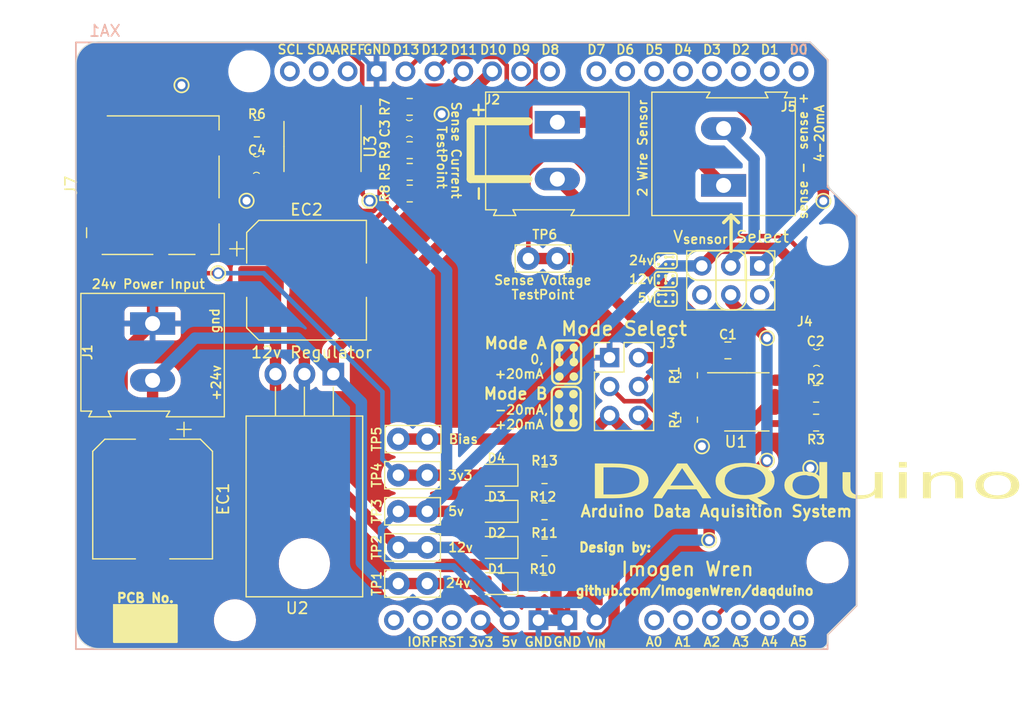
<source format=kicad_pcb>
(kicad_pcb (version 20221018) (generator pcbnew)
  (layers (0 "F.Cu" signal) (31 "B.Cu" signal) (34 "B.Paste" user) (35 "F.Paste" user) (36 "B.SilkS" user "B.Silkscreen") (37 "F.SilkS" user "F.Silkscreen") (38 "B.Mask" user) (39 "F.Mask" user) (44 "Edge.Cuts" user))
  (net 0 "")
  (net 1 "/R_SET_A")
  (net 2 "/R_SET_B")
  (net 3 "/5V_BUS")
  (net 4 "GND")
  (net 5 "/3V3_BUS")
  (net 6 "/24V_BUS")
  (net 7 "/12V_BUS")
  (net 8 "/SENSE_CURRENT")
  (net 9 "/BIAS_VOLTAGE")
  (net 10 "Net-(J3-Pin_3)")
  (net 11 "Net-(J3-Pin_4)")
  (net 12 "Net-(J3-Pin_6)")
  (net 13 "/SENSOR_POWER")
  (net 16 "/CS")
  (net 17 "/D_{IN}")
  (net 18 "/CLK")
  (net 19 "/D_{OUT}")
  (net 20 "Net-(U1B-+)")
  (net 21 "/MOSI")
  (net 22 "Net-(U3-B3)")
  (net 23 "Net-(U3-OE)")
  (net 24 "/CHIP_SELECT")
  (net 25 "Net-(U3-B1)")
  (net 26 "/SCK")
  (net 27 "Net-(U3-B4)")
  (net 28 "/MISO")
  (net 29 "Net-(U3-B2)")
  (net 58 "Net-(D1-K)")
  (net 59 "Net-(D2-K)")
  (net 60 "Net-(D3-K)")
  (net 61 "Net-(D4-K)")
  (footprint "TestPoint:TestPoint_Bridge_Pitch2.54mm_Drill1.0mm" (layer "F.Cu") (at 90.17 79.375 180)
    (fp_text reference "TP5")
    (fp_text value "Bias")
  )
  (footprint "Diode_SMD:D_0805_2012Metric_Pad1.15x1.40mm_HandSolder" (layer "F.Cu") (at 96.275 88.9 180)
    (fp_text reference "D2")
    (fp_text value "yellow" hide)
  )
  (footprint "TestPoint:TestPoint_Bridge_Pitch2.54mm_Drill1.0mm" (layer "F.Cu") (at 101.595 63.5 180)
    (fp_text reference "TP6")
    (fp_text value "Sense Voltage")
  )
  (footprint "Resistor_SMD:R_0805_2012Metric_Pad1.20x1.40mm_HandSolder" (layer "F.Cu") (at 100.475 88.9 180)
    (fp_text reference "R11")
    (fp_text value "4k7")
  )
  (footprint "TestPoint:TestPoint_Bridge_Pitch2.54mm_Drill1.0mm" (layer "F.Cu") (at 87.63 88.9)
    (fp_text reference "TP2")
    (fp_text value "12v")
  )
  (footprint "Capacitor_SMD:C_0805_2012Metric_Pad1.18x1.45mm_HandSolder" (layer "F.Cu") (at 116.58395 71.577896 180)
    (fp_text reference "C1")
    (fp_text value "470n")
  )
  (footprint "000_Connectors_Immo:TerminalBlock_Altech_AK300-2_P5.00mm" (layer "F.Cu") (at 116.205 57.07 90)
    (fp_text reference "J5")
    (fp_text value "2 Wire Sensor")
  )
  (footprint "Resistor_SMD:R_0805_2012Metric_Pad1.20x1.40mm_HandSolder" (layer "F.Cu") (at 88.63 50.165 180)
    (fp_text reference "R7")
    (fp_text value "3k3")
  )
  (footprint "Resistor_SMD:R_0805_2012Metric_Pad1.20x1.40mm_HandSolder" (layer "F.Cu") (at 113.17145 73.767896 -90)
    (fp_text reference "R1")
    (fp_text value "220r")
  )
  (footprint "000_Connectors_Immo:TerminalBlock_Altech_AK300-2_P5.00mm" (layer "F.Cu") (at 66.04 69.215 -90)
    (fp_text reference "J1")
    (fp_text value "24v Power Input")
  )
  (footprint "000_Modules_Immo:Arduino_Uno_R3_Shield-simple" (layer "F.Cu") (at 59.3015 97.839237)
    (fp_text reference "XA1")
    (fp_text value "Arduino_Uno_R3_Shield-simple")
  )
  (footprint "000_Connectors_Immo:TerminalBlock_Altech_AK300-2_P5.00mm" (layer "F.Cu") (at 101.6 51.515 -90)
    (fp_text reference "J2")
    (fp_text value "Sense Current")
  )
  (footprint "000_Pin_Headers_Immo:PinHeader_2x03_P2.54mm-alt-pin-no" (layer "F.Cu") (at 119.375 64.15 -90)
    (fp_text reference "J4")
    (fp_text value "V_{sensor} Select")
  )
  (footprint "Diode_SMD:D_0805_2012Metric_Pad1.15x1.40mm_HandSolder" (layer "F.Cu") (at 96.275 92.075 180)
    (fp_text reference "D1")
    (fp_text value "red" hide)
  )
  (footprint "Resistor_SMD:R_0805_2012Metric_Pad1.20x1.40mm_HandSolder" (layer "F.Cu") (at 88.63 53.975 180)
    (fp_text reference "R9")
    (fp_text value "3k3")
  )
  (footprint "Resistor_SMD:R_0805_2012Metric_Pad1.20x1.40mm_HandSolder" (layer "F.Cu") (at 124.33645 75.387896 180)
    (fp_text reference "R2")
    (fp_text value "10k")
  )
  (footprint "Diode_SMD:D_0805_2012Metric_Pad1.15x1.40mm_HandSolder" (layer "F.Cu") (at 96.275 85.725 180)
    (fp_text reference "D3")
    (fp_text value "green" hide)
  )
  (footprint "Resistor_SMD:R_0805_2012Metric_Pad1.20x1.40mm_HandSolder" (layer "F.Cu") (at 100.475 92.075 180)
    (fp_text reference "R10")
    (fp_text value "10k")
  )
  (footprint "Capacitor_SMD:CP_Elec_10x10" (layer "F.Cu") (at 66.04 84.645 -90)
    (fp_text reference "EC1")
    (fp_text value "100u")
  )
  (footprint "Package_TO_SOT_THT:TO-220-3_Horizontal_TabDown" (layer "F.Cu") (at 81.915 73.66 180)
    (fp_text reference "U2")
    (fp_text value "12v Regulator")
  )
  (footprint "Resistor_SMD:R_0805_2012Metric_Pad1.20x1.40mm_HandSolder" (layer "F.Cu") (at 100.475 82.55 180)
    (fp_text reference "R13")
    (fp_text value "1k")
  )
  (footprint "Package_SO:TSSOP-20_4.4x6.5mm_P0.65mm" (layer "F.Cu") (at 80.9675 53.65 -90)
    (fp_text reference "U3")
    (fp_text value "TXS0108EPW")
  )
  (footprint "Resistor_SMD:R_0805_2012Metric_Pad1.20x1.40mm_HandSolder" (layer "F.Cu") (at 100.475 85.725 180)
    (fp_text reference "R12")
    (fp_text value "2k2")
  )
  (footprint "000_Capacitors_Immo:C_0805_2012_HandSolder_kawaii" (layer "F.Cu") (at 75.1625 55.245)
    (fp_text reference "C4")
    (fp_text value "100n")
  )
  (footprint "Capacitor_SMD:CP_Elec_10x10" (layer "F.Cu") (at 79.565 65.405)
    (fp_text reference "EC2")
    (fp_text value "100u")
  )
  (footprint "000_Capacitors_Immo:C_0805_2012_HandSolder_kawaii" (layer "F.Cu") (at 124.37395 72.212896)
    (fp_text reference "C2")
    (fp_text value "100n")
  )
  (footprint "000_Connectors_Immo:microSD_HC_Molex_104031-0811" (layer "F.Cu") (at 66.06 57.07 90)
    (fp_text reference "J7")
    (fp_text value "Micro SD Card")
  )
  (footprint "TestPoint:TestPoint_Bridge_Pitch2.54mm_Drill1.0mm" (layer "F.Cu") (at 87.63 92.075)
    (fp_text reference "TP1")
    (fp_text value "24v")
  )
  (footprint "000_Capacitors_Immo:C_0805_2012_HandSolder_kawaii" (layer "F.Cu") (at 88.5925 52.07)
    (fp_text reference "C3")
    (fp_text value "100n")
  )
  (footprint "Resistor_SMD:R_0805_2012Metric_Pad1.20x1.40mm_HandSolder" (layer "F.Cu") (at 88.63 57.785 180)
    (fp_text reference "R8")
    (fp_text value "3k3")
  )
  (footprint "Resistor_SMD:R_0805_2012Metric_Pad1.20x1.40mm_HandSolder" (layer "F.Cu") (at 113.17145 77.672896 90)
    (fp_text reference "R4")
    (fp_text value "100r")
  )
  (footprint "Resistor_SMD:R_0805_2012Metric_Pad1.20x1.40mm_HandSolder" (layer "F.Cu") (at 75.2 52.07 180)
    (fp_text reference "R6")
    (fp_text value "3k3")
  )
  (footprint "TestPoint:TestPoint_Bridge_Pitch2.54mm_Drill1.0mm" (layer "F.Cu") (at 87.63 82.55)
    (fp_text reference "TP4")
    (fp_text value "3v3")
  )
  (footprint "TestPoint:TestPoint_Bridge_Pitch2.54mm_Drill1.0mm" (layer "F.Cu") (at 87.63 85.725)
    (fp_text reference "TP3")
    (fp_text value "5v")
  )
  (footprint "Resistor_SMD:R_0805_2012Metric_Pad1.20x1.40mm_HandSolder" (layer "F.Cu") (at 88.63 55.88 180)
    (fp_text reference "R5")
    (fp_text value "3k3")
  )
  (footprint "000_Pin_Headers_Immo:PinHeader_2x03_P2.54mm-alt-pin-no" (layer "F.Cu") (at 106.19145 72.212896)
    (fp_text reference "J3")
    (fp_text value "Mode Select")
  )
  (footprint "Package_SO:SOIC-8_3.9x4.9mm_P1.27mm" (layer "F.Cu") (at 118.25145 76.102896)
    (fp_text reference "U1")
    (fp_text value "LM358")
  )
  (footprint "Diode_SMD:D_0805_2012Metric_Pad1.15x1.40mm_HandSolder" (layer "F.Cu") (at 96.275 82.55 180)
    (fp_text reference "D4")
    (fp_text value "blue" hide)
  )
  (footprint "Resistor_SMD:R_0805_2012Metric_Pad1.20x1.40mm_HandSolder" (layer "F.Cu") (at 124.33645 77.927896 180)
    (fp_text reference "R3")
    (fp_text value "10k")
  )
  (gr_arc (start 112.116979 67.371979) (mid 112.029117 67.584117) (end 111.816979 67.671979) (stroke (width 0.15)) (layer "F.SilkS"))
  (gr_circle (center 111.12 66.675) (end 111.12 66.675) (stroke (width 0.3)) (fill solid) (layer "F.SilkS"))
  (gr_circle (center 111.12 64.008) (end 111.12 64.008) (stroke (width 0.3)) (fill solid) (layer "F.SilkS"))
  (gr_circle (center 120.015 70.485) (end 120.65 70.485) (stroke (width 0.15)) (fill none) (layer "F.SilkS"))
  (gr_circle (center 124.97 58.44) (end 125.605 58.44) (stroke (width 0.15)) (fill none) (layer "F.SilkS"))
  (gr_arc (start 110.140618 64.979618) (mid 110.228481 64.767481) (end 110.440618 64.679618) (stroke (width 0.15)) (layer "F.SilkS"))
  (gr_circle (center 114.3 80.01) (end 114.935 80.01) (stroke (width 0.15)) (fill none) (layer "F.SilkS"))
  (gr_line (start 101.643622 70.703552) (end 103.183622 70.703552) (stroke (width 0.2)) (layer "F.SilkS"))
  (gr_circle (center 103.01645 77.958552) (end 103.230118 77.744884) (stroke (width 0.15)) (fill solid) (layer "F.SilkS"))
  (gr_line (start 110.440618 64.679618) (end 111.816979 64.679618) (stroke (width 0.15)) (layer "F.SilkS"))
  (gr_line (start 103.683622 71.203552) (end 103.683622 74.013552) (stroke (width 0.2)) (layer "F.SilkS"))
  (gr_arc (start 120.645 64.405) (mid 120.352107 65.112107) (end 119.645 65.405) (stroke (width 0.15)) (layer "F.SilkS"))
  (gr_arc (start 116.535 68.02) (mid 115.827893 67.727107) (end 115.535 67.02) (stroke (width 0.15)) (layer "F.SilkS"))
  (gr_circle (center 101.74645 76.688552) (end 101.960118 76.474884) (stroke (width 0.15)) (fill solid) (layer "F.SilkS"))
  (gr_line (start 111.12 66.675) (end 110.485 66.675) (stroke (width 0.15)) (layer "F.SilkS"))
  (gr_arc (start 101.643622 74.513552) (mid 101.290069 74.367105) (end 101.143622 74.013552) (stroke (width 0.2)) (layer "F.SilkS"))
  (gr_line (start 101.143622 74.013552) (end 101.143622 71.203552) (stroke (width 0.2)) (layer "F.SilkS"))
  (gr_line (start 111.12 65.024) (end 111.12 65.659) (stroke (width 0.15)) (layer "F.SilkS"))
  (gr_arc (start 113.965 65.405) (mid 113.257893 65.112107) (end 112.965 64.405) (stroke (width 0.15)) (layer "F.SilkS"))
  (gr_arc (start 103.65145 78.093552) (mid 103.505003 78.447105) (end 103.15145 78.593552) (stroke (width 0.2)) (layer "F.SilkS"))
  (gr_line (start 110.140618 67.371979) (end 110.140618 66.630618) (stroke (width 0.15)) (layer "F.SilkS"))
  (gr_circle (center 101.778622 72.608552) (end 101.99229 72.394884) (stroke (width 0.15)) (fill solid) (layer "F.SilkS"))
  (gr_line (start 101.11145 78.093552) (end 101.11145 75.283552) (stroke (width 0.2)) (layer "F.SilkS"))
  (gr_circle (center 111.12 65.659) (end 111.12 65.659) (stroke (width 0.3)) (fill solid) (layer "F.SilkS"))
  (gr_circle (center 111.755 67.31) (end 111.755 67.31) (stroke (width 0.3)) (fill solid) (layer "F.SilkS"))
  (gr_circle (center 101.778622 71.338552) (end 101.99229 71.124884) (stroke (width 0.15)) (fill solid) (layer "F.SilkS"))
  (gr_arc (start 103.183622 70.703552) (mid 103.537175 70.849999) (end 103.683622 71.203552) (stroke (width 0.2)) (layer "F.SilkS"))
  (gr_line (start 115.535 67.005) (end 115.535 63.805) (stroke (width 0.15)) (layer "F.SilkS"))
  (gr_arc (start 101.143622 71.203552) (mid 101.290069 70.849999) (end 101.643622 70.703552) (stroke (width 0.2)) (layer "F.SilkS"))
  (gr_circle (center 111.755 63.373) (end 111.755 63.373) (stroke (width 0.3)) (fill solid) (layer "F.SilkS"))
  (gr_line (start 116.865 62.865) (end 116.865 59.69) (stroke (width 0.3)) (layer "F.SilkS"))
  (gr_circle (center 101.778622 73.878552) (end 101.99229 73.664884) (stroke (width 0.15)) (fill solid) (layer "F.SilkS"))
  (gr_rect (start 62.66 93.98) (end 68.149999 97.204715) (stroke (width 0.2)) (fill solid) (layer "F.SilkS"))
  (gr_arc (start 101.61145 78.593552) (mid 101.257897 78.447105) (end 101.11145 78.093552) (stroke (width 0.2)) (layer "F.SilkS"))
  (gr_line (start 110.440618 63.028618) (end 111.816979 63.028618) (stroke (width 0.15)) (layer "F.SilkS"))
  (gr_line (start 99.06 56.515) (end 93.98 56.515) (stroke (width 0.7)) (layer "F.SilkS"))
  (gr_circle (center 101.74645 77.958552) (end 101.960118 77.744884) (stroke (width 0.15)) (fill solid) (layer "F.SilkS"))
  (gr_circle (center 85.09 58.42) (end 85.725 58.42) (stroke (width 0.15)) (fill none) (layer "F.SilkS"))
  (gr_line (start 103.01645 76.688552) (end 103.01645 77.958552) (stroke (width 0.2)) (layer "F.SilkS"))
  (gr_line (start 119.645 65.405) (end 113.965 65.405) (stroke (width 0.15)) (layer "F.SilkS"))
  (gr_circle (center 71.79 64.79) (end 72.425 64.79) (stroke (width 0.15)) (fill none) (layer "F.SilkS"))
  (gr_circle (center 111.755 65.024) (end 111.755 65.024) (stroke (width 0.3)) (fill solid) (layer "F.SilkS"))
  (gr_line (start 103.048622 71.338552) (end 103.048622 72.608552) (stroke (width 0.2)) (layer "F.SilkS"))
  (gr_line (start 111.816979 64.369979) (end 110.440618 64.369979) (stroke (width 0.15)) (layer "F.SilkS"))
  (gr_circle (center 103.048622 72.608552) (end 103.26229 72.394884) (stroke (width 0.15)) (fill solid) (layer "F.SilkS"))
  (gr_line (start 103.65145 75.283552) (end 103.65145 78.093552) (stroke (width 0.2)) (layer "F.SilkS"))
  (gr_line (start 116.535 62.805) (end 117.195 62.805) (stroke (width 0.15)) (layer "F.SilkS"))
  (gr_line (start 101.61145 74.783552) (end 103.15145 74.783552) (stroke (width 0.2)) (layer "F.SilkS"))
  (gr_arc (start 119.645 62.805) (mid 120.352107 63.097893) (end 120.645 63.805) (stroke (width 0.15)) (layer "F.SilkS"))
  (gr_arc (start 110.440618 67.671979) (mid 110.228482 67.584116) (end 110.140618 67.371979) (stroke (width 0.15)) (layer "F.SilkS"))
  (gr_arc (start 110.440618 66.020979) (mid 110.228482 65.933116) (end 110.140618 65.720979) (stroke (width 0.15)) (layer "F.SilkS"))
  (gr_circle (center 111.755 65.659) (end 111.755 65.659) (stroke (width 0.3)) (fill solid) (layer "F.SilkS"))
  (gr_arc (start 111.816979 63.028618) (mid 112.029118 63.11648) (end 112.116979 63.328618) (stroke (width 0.15)) (layer "F.SilkS"))
  (gr_line (start 101.778622 71.338552) (end 101.778622 72.608552) (stroke (width 0.2)) (layer "F.SilkS"))
  (gr_circle (center 123.825 81.915) (end 124.46 81.915) (stroke (width 0.15)) (fill none) (layer "F.SilkS"))
  (gr_line (start 110.140618 64.069979) (end 110.140618 63.328618) (stroke (width 0.15)) (layer "F.SilkS"))
  (gr_arc (start 110.140618 66.630618) (mid 110.228481 66.418481) (end 110.440618 66.330618) (stroke (width 0.15)) (layer "F.SilkS"))
  (gr_line (start 116.213374 60.341626) (end 116.865 59.69) (stroke (width 0.3)) (layer "F.SilkS"))
  (gr_line (start 111.816979 67.671979) (end 110.440618 67.671979) (stroke (width 0.15)) (layer "F.SilkS"))
  (gr_line (start 103.15145 78.593552) (end 101.61145 78.593552) (stroke (width 0.2)) (layer "F.SilkS"))
  (gr_arc (start 110.140618 63.328618) (mid 110.228481 63.116481) (end 110.440618 63.028618) (stroke (width 0.15)) (layer "F.SilkS"))
  (gr_line (start 111.755 63.373) (end 111.12 63.373) (stroke (width 0.15)) (layer "F.SilkS"))
  (gr_arc (start 112.116979 64.069979) (mid 112.029117 64.282117) (end 111.816979 64.369979) (stroke (width 0.15)) (layer "F.SilkS"))
  (gr_circle (center 114.935 88.265) (end 115.57 88.265) (stroke (width 0.15)) (fill none) (layer "F.SilkS"))
  (gr_circle (center 74.295 58.42) (end 74.93 58.42) (stroke (width 0.15)) (fill none) (layer "F.SilkS"))
  (gr_arc (start 112.965 63.805) (mid 113.257893 63.097893) (end 113.965 62.805) (stroke (width 0.15)) (layer "F.SilkS"))
  (gr_arc (start 111.816979 64.679618) (mid 112.029118 64.76748) (end 112.116979 64.979618) (stroke (width 0.15)) (layer "F.SilkS"))
  (gr_circle (center 111.12 67.31) (end 111.12 67.31) (stroke (width 0.3)) (fill solid) (layer "F.SilkS"))
  (gr_line (start 110.140618 65.720979) (end 110.140618 64.979618) (stroke (width 0.15)) (layer "F.SilkS"))
  (gr_circle (center 120.015 81.28) (end 120.65 81.28) (stroke (width 0.15)) (fill none) (layer "F.SilkS"))
  (gr_line (start 116.865 59.69) (end 117.516626 60.341626) (stroke (width 0.3)) (layer "F.SilkS"))
  (gr_circle (center 110.485 65.024) (end 110.485 65.024) (stroke (width 0.3)) (fill solid) (layer "F.SilkS"))
  (gr_line (start 112.116979 63.328618) (end 112.116979 64.069979) (stroke (width 0.15)) (layer "F.SilkS"))
  (gr_arc (start 103.15145 74.783552) (mid 103.505 74.93) (end 103.65145 75.283552) (stroke (width 0.2)) (layer "F.SilkS"))
  (gr_circle (center 68.58 48.26) (end 69.215 48.26) (stroke (width 0.15)) (fill none) (layer "F.SilkS"))
  (gr_line (start 111.816979 66.020979) (end 110.440618 66.020979) (stroke (width 0.15)) (layer "F.SilkS"))
  (gr_arc (start 112.116979 65.720979) (mid 112.029117 65.933117) (end 111.816979 66.020979) (stroke (width 0.15)) (layer "F.SilkS"))
  (gr_arc (start 115.535 63.805) (mid 115.827893 63.097893) (end 116.535 62.805) (stroke (width 0.15)) (layer "F.SilkS"))
  (gr_line (start 110.440618 66.330618) (end 111.816979 66.330618) (stroke (width 0.15)) (layer "F.SilkS"))
  (gr_line (start 112.116979 66.630618) (end 112.116979 67.371979) (stroke (width 0.15)) (layer "F.SilkS"))
  (gr_line (start 120.645 63.805) (end 120.645 64.405) (stroke (width 0.15)) (layer "F.SilkS"))
  (gr_circle (center 91.434134 50.805866) (end 92.069134 50.805866) (stroke (width 0.15)) (fill none) (layer "F.SilkS"))
  (gr_circle (center 110.485 64.008) (end 110.485 64.008) (stroke (width 0.3)) (fill solid) (layer "F.SilkS"))
  (gr_arc (start 117.195 62.805) (mid 117.902107 63.097893) (end 118.195 63.805) (stroke (width 0.15)) (layer "F.SilkS"))
  (gr_circle (center 110.485 66.675) (end 110.485 66.675) (stroke (width 0.3)) (fill solid) (layer "F.SilkS"))
  (gr_line (start 113.965 62.805) (end 119.645 62.805) (stroke (width 0.15)) (layer "F.SilkS"))
  (gr_line (start 101.74645 76.688552) (end 101.74645 77.958552) (stroke (width 0.2)) (layer "F.SilkS"))
  (gr_circle (center 101.74645 75.418552) (end 101.960118 75.204884) (stroke (width 0.15)) (fill solid) (layer "F.SilkS"))
  (gr_circle (center 103.01645 75.418552) (end 103.230118 75.204884) (stroke (width 0.15)) (fill solid) (layer "F.SilkS"))
  (gr_circle (center 110.485 63.373) (end 110.485 63.373) (stroke (width 0.3)) (fill solid) (layer "F.SilkS"))
  (gr_line (start 93.98 56.515) (end 93.98 51.435) (stroke (width 0.7)) (layer "F.SilkS"))
  (gr_circle (center 110.485 67.31) (end 110.485 67.31) (stroke (width 0.3)) (fill solid) (layer "F.SilkS"))
  (gr_circle (center 110.485 65.659) (end 110.485 65.659) (stroke (width 0.3)) (fill solid) (layer "F.SilkS"))
  (gr_line (start 118.195 63.805) (end 118.195 67.005) (stroke (width 0.15)) (layer "F.SilkS"))
  (gr_circle (center 111.12 63.373) (end 111.12 63.373) (stroke (width 0.3)) (fill solid) (layer "F.SilkS"))
  (gr_arc (start 111.816979 66.330618) (mid 112.029118 66.41848) (end 112.116979 66.630618) (stroke (width 0.15)) (layer "F.SilkS"))
  (gr_line (start 103.183622 74.513552) (end 101.643622 74.513552) (stroke (width 0.2)) (layer "F.SilkS"))
  (gr_circle (center 103.048622 71.338552) (end 103.26229 71.124884) (stroke (width 0.15)) (fill solid) (layer "F.SilkS"))
  (gr_line (start 112.116979 64.979618) (end 112.116979 65.720979) (stroke (width 0.15)) (layer "F.SilkS"))
  (gr_circle (center 103.01645 76.688552) (end 103.230118 76.474884) (stroke (width 0.15)) (fill solid) (layer "F.SilkS"))
  (gr_arc (start 103.683622 74.013552) (mid 103.537175 74.367105) (end 103.183622 74.513552) (stroke (width 0.2)) (layer "F.SilkS"))
  (gr_circle (center 111.755 66.675) (end 111.755 66.675) (stroke (width 0.3)) (fill solid) (layer "F.SilkS"))
  (gr_arc (start 118.195 67.02) (mid 117.902107 67.727107) (end 117.195 68.02) (stroke (width 0.15)) (layer "F.SilkS"))
  (gr_line (start 112.965 64.405) (end 112.965 63.805) (stroke (width 0.15)) (layer "F.SilkS"))
  (gr_line (start 117.195 68.02) (end 116.535 68.02) (stroke (width 0.15)) (layer "F.SilkS"))
  (gr_line (start 93.98 51.435) (end 99.06 51.435) (stroke (width 0.7)) (layer "F.SilkS"))
  (gr_circle (center 111.12 65.024) (end 111.12 65.024) (stroke (width 0.3)) (fill solid) (layer "F.SilkS"))
  (gr_arc (start 101.11145 75.283552) (mid 101.257897 74.929999) (end 101.61145 74.783552) (stroke (width 0.2)) (layer "F.SilkS"))
  (gr_arc (start 110.440618 64.369979) (mid 110.228482 64.282116) (end 110.140618 64.069979) (stroke (width 0.15)) (layer "F.SilkS"))
  (gr_circle (center 103.048622 73.878552) (end 103.26229 73.664884) (stroke (width 0.15)) (fill solid) (layer "F.SilkS"))
  (gr_circle (center 111.755 64.008) (end 111.755 64.008) (stroke (width 0.3)) (fill solid) (layer "F.SilkS"))
  (gr_line (start 125.349 96.52) (end 125.349 97.09) (stroke (width 0.1)) (layer "Edge.Cuts"))
  (gr_line (start 125.349 46.388214) (end 125.349 56.735786) (stroke (width 0.1)) (layer "Edge.Cuts"))
  (gr_arc (start 125.349 97.09) (mid 125.143975 97.584975) (end 124.649 97.79) (stroke (width 0.1)) (layer "Edge.Cuts"))
  (gr_line (start 127.889 60.104214) (end 127.889 93.98) (stroke (width 0.1)) (layer "Edge.Cuts"))
  (gr_line (start 124.117893 44.742893) (end 125.056107 45.681107) (stroke (width 0.1)) (layer "Edge.Cuts"))
  (gr_arc (start 127.596107 59.397107) (mid 127.81288 59.72153) (end 127.889 60.104214) (stroke (width 0.1)) (layer "Edge.Cuts"))
  (gr_line (start 127.889 93.98) (end 125.349 96.52) (stroke (width 0.1)) (layer "Edge.Cuts"))
  (gr_arc (start 125.641893 57.442893) (mid 125.425125 57.118469) (end 125.349 56.735786) (stroke (width 0.1)) (layer "Edge.Cuts"))
  (gr_arc (start 125.056107 45.681107) (mid 125.27288 46.00553) (end 125.349 46.388214) (stroke (width 0.1)) (layer "Edge.Cuts"))
  (gr_arc (start 61.309 97.79) (mid 59.894786 97.204214) (end 59.309 95.79) (stroke (width 0.1)) (layer "Edge.Cuts"))
  (gr_line (start 61.309 44.45) (end 123.410786 44.45) (stroke (width 0.1)) (layer "Edge.Cuts"))
  (gr_line (start 124.649 97.79) (end 61.309 97.79) (stroke (width 0.1)) (layer "Edge.Cuts"))
  (gr_line (start 125.641893 57.442893) (end 127.596107 59.397107) (stroke (width 0.1)) (layer "Edge.Cuts"))
  (gr_arc (start 59.309 46.45) (mid 59.894786 45.035786) (end 61.309 44.45) (stroke (width 0.1)) (layer "Edge.Cuts"))
  (gr_line (start 59.309 95.79) (end 59.309 46.45) (stroke (width 0.1)) (layer "Edge.Cuts"))
  (gr_arc (start 123.410786 44.45) (mid 123.797424 44.516573) (end 124.117893 44.742893) (stroke (width 0.1)) (layer "Edge.Cuts"))
  (gr_text "12v" (at 107.818 65.786) (layer "F.SilkS") (effects (font (size 0.8 0.8)) (justify left bottom)))
  (gr_text "Mode A" (at 97.93645 70.942896) (layer "F.SilkS") (effects (font (size 1 1) (thickness 0.2) bold)))
  (gr_text "-20mA,\n+20mA" (at 96.03145 78.562896) (layer "F.SilkS") (effects (font (size 0.8 0.8)) (justify left bottom)))
  (gr_text "Arduino Data Aquisition System\n" (at 115.57 85.725) (layer "F.SilkS") (effects (font (size 1 1) (thickness 0.2) bold)))
  (gr_text "0,\n+20mA" (at 100.47645 74.117896) (layer "F.SilkS") (effects (font (size 0.8 0.8)) (justify right bottom)))
  (gr_text "Design by:\n" (at 106.68 88.9) (layer "F.SilkS") (effects (font (size 0.8 0.8) (thickness 0.2) bold)))
  (gr_text "PCB No." (at 65.405 93.345) (layer "F.SilkS") (effects (font (size 0.8 0.8) (thickness 0.2) bold)))
  (gr_text "TestPoint" (at 91.44 54.61 270) (layer "F.SilkS") (effects (font (size 0.8 0.8))))
  (gr_text "github.com/ImogenWren/daqduino" (at 113.665 92.71) (layer "F.SilkS") (effects (font (size 0.8 0.8) (thickness 0.2) bold)))
  (gr_text "Mode B" (at 97.93645 75.387896) (layer "F.SilkS") (effects (font (size 1 1) (thickness 0.2) bold)))
  (gr_text "4-20mA" (at 125.095 55.118 90) (layer "F.SilkS") (effects (font (size 0.8 0.8)) (justify left bottom)))
  (gr_text "TestPoint" (at 100.33 66.675) (layer "F.SilkS") (effects (font (size 0.8 0.8))))
  (gr_text "Imogen Wren" (at 113.03 90.805) (layer "F.SilkS") (effects (font (size 1.2 1.2) (thickness 0.2) bold)))
  (gr_text "DAQduino" (at 104.14 85.09) (layer "F.SilkS") (effects (font (size 3 5.5)) (justify left bottom)))
  (gr_text "5v" (at 108.58 67.437) (layer "F.SilkS") (effects (font (size 0.8 0.8)) (justify left bottom)))
  (gr_text "24v" (at 107.818 64.135) (layer "F.SilkS") (effects (font (size 0.8 0.8)) (justify left bottom)))
  (segment (start 113.17145 76.672896) (end 113.17145 74.767896) (width 1) (layer "F.Cu") (net 1))
  (segment (start 113.87145 75.467896) (end 115.77645 75.467896) (width 1) (layer "F.Cu") (net 1))
  (segment (start 113.17145 74.767896) (end 113.87145 75.467896) (width 1) (layer "F.Cu") (net 1))
  (segment (start 115.77645 75.467896) (end 116.683532 75.467896) (width 1) (layer "F.Cu") (net 1))
  (segment (start 115.005499 69.920499) (end 116.045056 69.920499) (width 1) (layer "F.Cu") (net 1))
  (segment (start 101.6 56.515) (end 115.005499 69.920499) (width 1) (layer "F.Cu") (net 1))
  (segment (start 117.62145 74.529978) (end 117.62145 71.577896) (width 1) (layer "F.Cu") (net 1))
  (segment (start 116.045056 69.920499) (end 117.62145 71.496893) (width 1) (layer "F.Cu") (net 1))
  (segment (start 116.683532 75.467896) (end 117.62145 74.529978) (width 1) (layer "F.Cu") (net 1))
  (segment (start 101.595 63.5) (end 103.009213 63.5) (width 1) (layer "F.Cu") (net 2))
  (segment (start 115.57 73.991446) (end 115.57 71.601446) (width 1) (layer "F.Cu") (net 2))
  (segment (start 109.71645 73.767896) (end 108.73145 74.752896) (width 0.4) (layer "F.Cu") (net 2))
  (segment (start 127.535951 67.372826) (end 127.535951 82.944786) (width 0.4) (layer "F.Cu") (net 2))
  (segment (start 115.088554 71.12) (end 115.54645 71.577896) (width 1) (layer "F.Cu") (net 2))
  (segment (start 115.77645 74.197896) (end 115.57 73.991446) (width 1) (layer "F.Cu") (net 2))
  (segment (start 114.320689 74.197896) (end 115.77645 74.197896) (width 0.4) (layer "F.Cu") (net 2))
  (segment (start 121.693125 61.53) (end 127.535951 67.372826) (width 0.4) (layer "F.Cu") (net 2))
  (segment (start 99.055 63.5) (end 101.595 63.5) (width 1) (layer "F.Cu") (net 2))
  (segment (start 102.87 54.61) (end 109.79 61.53) (width 0.4) (layer "F.Cu") (net 2))
  (segment (start 113.890689 73.767896) (end 109.71645 73.767896) (width 0.4) (layer "F.Cu") (net 2))
  (segment (start 99.055 63.5) (end 99.055 56.104243) (width 0.4) (layer "F.Cu") (net 2))
  (segment (start 99.055 56.104243) (end 100.549243 54.61) (width 0.4) (layer "F.Cu") (net 2))
  (segment (start 113.890689 73.767896) (end 114.320689 74.197896) (width 0.4) (layer "F.Cu") (net 2))
  (segment (start 109.79 61.53) (end 121.693125 61.53) (width 0.4) (layer "F.Cu") (net 2))
  (segment (start 127.535951 82.944786) (end 115.1815 95.299237) (width 0.4) (layer "F.Cu") (net 2))
  (segment (start 103.009213 63.5) (end 110.629213 71.12) (width 1) (layer "F.Cu") (net 2))
  (segment (start 110.629213 71.12) (end 115.088554 71.12) (width 1) (layer "F.Cu") (net 2))
  (segment (start 100.549243 54.61) (end 102.87 54.61) (width 0.4) (layer "F.Cu") (net 2))
  (segment (start 84.4925 55.1325) (end 87.555 52.07) (width 0.4) (layer "F.Cu") (net 3))
  (segment (start 83.585392 57.649999) (end 84.199609 57.649998) (width 0.4) (layer "F.Cu") (net 3))
  (segment (start 123.33645 75.387896) (end 122.14645 74.197896) (width 1) (layer "F.Cu") (net 3))
  (segment (start 123.33645 72.212896) (end 123.33645 75.387896) (width 1) (layer "F.Cu") (net 3))
  (segment (start 83.2425 57.307107) (end 83.585392 57.649999) (width 0.4) (layer "F.Cu") (net 3))
  (segment (start 115.845 62.6) (end 121.02 62.6) (width 1) (layer "F.Cu") (net 3))
  (segment (start 122.14645 74.197896) (end 120.72645 74.197896) (width 1) (layer "F.Cu") (net 3))
  (segment (start 83.2425 56.5125) (end 83.2425 57.307107) (width 0.4) (layer "F.Cu") (net 3))
  (segment (start 114.295 64.15) (end 115.845 62.6) (width 1) (layer "F.Cu") (net 3))
  (segment (start 84.4925 57.357107) (end 84.4925 55.1325) (width 0.4) (layer "F.Cu") (net 3))
  (segment (start 84.4925 55.1325) (end 84.4925 57.8225) (width 0.4) (layer "F.Cu") (net 3))
  (segment (start 84.199609 57.649998) (end 84.4925 57.357107) (width 0.4) (layer "F.Cu") (net 3))
  (segment (start 87.63 85.725) (end 90.17 85.725) (width 1) (layer "F.Cu") (net 3))
  (segment (start 121.02 62.6) (end 123.33645 64.91645) (width 1) (layer "F.Cu") (net 3))
  (segment (start 84.4925 57.8225) (end 85.09 58.42) (width 0.4) (layer "F.Cu") (net 3))
  (segment (start 90.17 85.725) (end 95.25 85.725) (width 1) (layer "F.Cu") (net 3))
  (segment (start 123.33645 64.91645) (end 123.33645 72.212896) (width 1) (layer "F.Cu") (net 3))
  (via (at 85.09 58.42) (size 1) (drill 0.7) (layers "F.Cu" "B.Cu") (net 3))
  (segment (start 85.725 58.42) (end 85.09 58.42) (width 1) (layer "B.Cu") (net 3))
  (segment (start 87.183679 90.575) (end 86.13 89.521321) (width 0.6) (layer "B.Cu") (net 3))
  (segment (start 91.87 84.025) (end 91.87 64.565) (width 1) (layer "B.Cu") (net 3))
  (segment (start 90.17 85.725) (end 91.87 84.025) (width 1) (layer "B.Cu") (net 3))
  (segment (start 90.17 85.267896) (end 111.287896 64.15) (width 1) (layer "B.Cu") (net 3))
  (segment (start 111.287896 64.15) (end 114.295 64.15) (width 1) (layer "B.Cu") (net 3))
  (segment (start 86.13 87.225) (end 87.63 85.725) (width 0.6) (layer "B.Cu") (net 3))
  (segment (start 91.87 64.565) (end 85.725 58.42) (width 1) (layer "B.Cu") (net 3))
  (segment (start 92.48 90.575) (end 87.183679 90.575) (width 0.6) (layer "B.Cu") (net 3))
  (segment (start 97.204237 95.299237) (end 92.48 90.575) (width 0.6) (layer "B.Cu") (net 3))
  (segment (start 86.13 89.521321) (end 86.13 87.225) (width 0.6) (layer "B.Cu") (net 3))
  (segment (start 78.0425 59.8825) (end 83.565 65.405) (width 0.4) (layer "F.Cu") (net 4))
  (segment (start 101.475 88.9) (end 101.475 85.725) (width 1) (layer "F.Cu") (net 4))
  (segment (start 115.77645 78.53355) (end 114.3 80.01) (width 1) (layer "F.Cu") (net 4))
  (segment (start 76.2 55.245) (end 76.2 56.515) (width 0.4) (layer "F.Cu") (net 4))
  (segment (start 102.4815 95.299237) (end 99.9415 95.299237) (width 1) (layer "F.Cu") (net 4))
  (segment (start 66.04 63.53) (end 66.76 62.81) (width 1) (layer "F.Cu") (net 4))
  (segment (start 78.0425 56.5125) (end 78.0425 55.717893) (width 0.4) (layer "F.Cu") (net 4))
  (segment (start 89.63 52.07) (end 90.17 52.07) (width 1) (layer "F.Cu") (net 4))
  (segment (start 60.61 54.675) (end 62.165 54.675) (width 0.4) (layer "F.Cu") (net 4))
  (segment (start 126.63645 76.627896) (end 125.33645 77.927896) (width 1) (layer "F.Cu") (net 4))
  (segment (start 101.475 92.075) (end 101.475 88.9) (width 1) (layer "F.Cu") (net 4))
  (segment (start 66.04 69.215) (end 63.36 71.895) (width 1) (layer "F.Cu") (net 4))
  (segment (start 125.41145 72.212896) (end 126.63645 73.437896) (width 1) (layer "F.Cu") (net 4))
  (segment (start 80.636391 53.124002) (end 83.198427 53.124002) (width 0.4) (layer "F.Cu") (net 4))
  (segment (start 101.475 94.292737) (end 102.4815 95.299237) (width 1) (layer "F.Cu") (net 4))
  (segment (start 125.33645 77.927896) (end 125.33645 80.40355) (width 1) (layer "F.Cu") (net 4))
  (segment (start 101.475 85.725) (end 101.475 82.55) (width 1) (layer "F.Cu") (net 4))
  (segment (start 63.36 85.965) (end 66.04 88.645) (width 1) (layer "F.Cu") (net 4))
  (segment (start 76.2 56.515) (end 74.295 58.42) (width 0.4) (layer "F.Cu") (net 4))
  (segment (start 90.17 52.07) (end 91.44 50.8) (width 1) (layer "F.Cu") (net 4))
  (segment (start 101.475 92.075) (end 101.475 94.292737) (width 1) (layer "F.Cu") (net 4))
  (segment (start 78.0425 56.5125) (end 78.0425 59.8825) (width 0.4) (layer "F.Cu") (net 4))
  (segment (start 115.77645 78.007896) (end 115.77645 78.53355) (width 1) (layer "F.Cu") (net 4))
  (segment (start 79.375 73.66) (end 79.375 69.595) (width 1) (layer "F.Cu") (net 4))
  (segment (start 85.7175 50.604929) (end 85.7175 47.039237) (width 0.4) (layer "F.Cu") (net 4))
  (segment (start 79.375 69.595) (end 83.565 65.405) (width 1) (layer "F.Cu") (net 4))
  (segment (start 63.36 71.895) (end 63.36 85.965) (width 1) (layer "F.Cu") (net 4))
  (segment (start 78.0425 55.717893) (end 80.636391 53.124002) (width 0.4) (layer "F.Cu") (net 4))
  (segment (start 126.63645 73.437896) (end 126.63645 76.627896) (width 1) (layer "F.Cu") (net 4))
  (segment (start 62.165 54.675) (end 68.58 48.26) (width 0.4) (layer "F.Cu") (net 4))
  (segment (start 125.33645 80.40355) (end 123.825 81.915) (width 1) (layer "F.Cu") (net 4))
  (segment (start 83.198427 53.124002) (end 85.7175 50.604929) (width 0.4) (layer "F.Cu") (net 4))
  (segment (start 66.04 69.215) (end 66.04 63.53) (width 1) (layer "F.Cu") (net 4))
  (via (at 68.58 48.26) (size 1) (drill 0.7) (layers "F.Cu" "B.Cu") (net 4))
  (via (at 123.825 81.915) (size 1) (drill 0.7) (layers "F.Cu" "B.Cu") (net 4))
  (via (at 114.3 80.01) (size 1) (drill 0.7) (layers "F.Cu" "B.Cu") (net 4))
  (via (at 74.295 58.42) (size 1) (drill 0.7) (layers "F.Cu" "B.Cu") (net 4))
  (via (at 91.44 50.8) (size 1) (drill 0.7) (layers "F.Cu" "B.Cu") (net 4))
  (segment (start 79.375 73.66) (end 79.375 76.685) (width 1) (layer "B.Cu") (net 4))
  (segment (start 71.850763 44.989237) (end 83.6675 44.989237) (width 0.4) (layer "B.Cu") (net 4))
  (segment (start 83.6675 44.989237) (end 85.7175 47.039237) (width 0.4) (layer "B.Cu") (net 4))
  (segment (start 102.4815 95.299237) (end 99.9415 95.299237) (width 1) (layer "B.Cu") (net 4))
  (segment (start 68.58 48.26) (end 71.850763 44.989237) (width 0.4) (layer "B.Cu") (net 4))
  (segment (start 79.35 76.71) (end 79.375 76.685) (width 1) (layer "B.Cu") (net 4))
  (segment (start 95.25 82.481497) (end 95.25 82.55) (width 1) (layer "F.Cu") (net 5))
  (segment (start 69.699356 56.875) (end 71.329356 55.245) (width 0.4) (layer "F.Cu") (net 5))
  (segment (start 70.64 64.79) (end 71.8 64.79) (width 0.4) (layer "F.Cu") (net 5))
  (segment (start 90.17 82.55) (end 95.25 82.55) (width 1) (layer "F.Cu") (net 5))
  (segment (start 64.684763 44.989237) (end 59.66 50.014) (width 0.4) (layer "F.Cu") (net 5))
  (segment (start 83.2425 49.992893) (end 84.4539 48.781493) (width 0.4) (layer "F.Cu") (net 5))
  (segment (start 106.5851 95.9799) (end 106.5851 85.4601) (width 1) (layer "F.Cu") (net 5))
  (segment (start 59.66 56.6) (end 59.935 56.875) (width 0.4) (layer "F.Cu") (net 5))
  (segment (start 94.8615 95.299237) (end 96.4251 96.862837) (width 1) (layer "F.Cu") (net 5))
  (segment (start 106.5851 85.4601) (end 101.77 80.645) (width 1) (layer "F.Cu") (net 5))
  (segment (start 84.4539 48.781493) (end 84.4539 46.528636) (width 0.4) (layer "F.Cu") (net 5))
  (segment (start 59.66 50.014) (end 59.66 56.6) (width 0.4) (layer "F.Cu") (net 5))
  (segment (start 97.086497 80.645) (end 95.25 82.481497) (width 1) (layer "F.Cu") (net 5))
  (segment (start 59.935 56.875) (end 59.66 57.15) (width 0.4) (layer "F.Cu") (net 5))
  (segment (start 105.702163 96.862837) (end 106.5851 95.9799) (width 1) (layer "F.Cu") (net 5))
  (segment (start 87.63 82.55) (end 90.17 82.55) (width 1) (layer "F.Cu") (net 5))
  (segment (start 60.61 56.875) (end 59.935 56.875) (width 0.4) (layer "F.Cu") (net 5))
  (segment (start 60.61 56.875) (end 69.699356 56.875) (width 0.4) (layer "F.Cu") (net 5))
  (segment (start 60.19 61.46) (end 67.31 61.46) (width 0.4) (layer "F.Cu") (net 5))
  (segment (start 59.66 60.93) (end 60.19 61.46) (width 0.4) (layer "F.Cu") (net 5))
  (segment (start 101.77 80.645) (end 97.086497 80.645) (width 1) (layer "F.Cu") (net 5))
  (segment (start 82.914501 44.989237) (end 64.684763 44.989237) (width 0.4) (layer "F.Cu") (net 5))
  (segment (start 74.125 55.245) (end 74.125 52.145) (width 0.4) (layer "F.Cu") (net 5))
  (segment (start 96.4251 96.862837) (end 105.702163 96.862837) (width 1) (layer "F.Cu") (net 5))
  (segment (start 84.4539 46.528636) (end 82.914501 44.989237) (width 0.4) (layer "F.Cu") (net 5))
  (segment (start 71.329356 55.245) (end 74.125 55.245) (width 0.4) (layer "F.Cu") (net 5))
  (segment (start 83.2425 50.7875) (end 83.2425 49.992893) (width 0.4) (layer "F.Cu") (net 5))
  (segment (start 67.31 61.46) (end 70.64 64.79) (width 0.4) (layer "F.Cu") (net 5))
  (segment (start 59.66 57.15) (end 59.66 60.93) (width 0.4) (layer "F.Cu") (net 5))
  (via (at 71.8 64.79) (size 1) (drill 0.7) (layers "F.Cu" "B.Cu") (net 5))
  (segment (start 75.7975 64.79) (end 71.8 64.79) (width 0.4) (layer "B.Cu") (net 5))
  (segment (start 86.23 75.2225) (end 75.7975 64.79) (width 0.4) (layer "B.Cu") (net 5))
  (segment (start 87.63 82.55) (end 86.23 81.15) (width 0.4) (layer "B.Cu") (net 5))
  (segment (start 86.23 81.15) (end 86.23 75.2225) (width 0.4) (layer "B.Cu") (net 5))
  (segment (start 81.915 71.66) (end 98.92 54.655) (width 1) (layer "F.Cu") (net 6))
  (segment (start 81.915 73.66) (end 81.915 71.66) (width 1) (layer "F.Cu") (net 6))
  (segment (start 99.215 49.53) (end 117.045021 49.53) (width 1) (layer "F.Cu") (net 6))
  (segment (start 66.04 74.215) (end 66.04 80.645) (width 1) (layer "F.Cu") (net 6))
  (segment (start 98.92 49.825) (end 99.215 49.53) (width 1) (layer "F.Cu") (net 6))
  (segment (start 117.045021 49.53) (end 124.97 57.454979) (width 1) (layer "F.Cu") (net 6))
  (segment (start 124.97 57.454979) (end 124.97 58.44) (width 1) (layer "F.Cu") (net 6))
  (segment (start 90.17 92.075) (end 95.25 92.075) (width 1) (layer "F.Cu") (net 6))
  (segment (start 98.92 54.655) (end 98.92 49.825) (width 1) (layer "F.Cu") (net 6))
  (segment (start 87.63 92.075) (end 90.17 92.075) (width 1) (layer "F.Cu") (net 6))
  (via (at 124.97 58.44) (size 1) (drill 0.7) (layers "F.Cu" "B.Cu") (net 6))
  (segment (start 78.755 70.5) (end 81.915 73.66) (width 1) (layer "B.Cu") (net 6))
  (segment (start 69.755 70.5) (end 78.755 70.5) (width 1) (layer "B.Cu") (net 6))
  (segment (start 81.915 73.66) (end 84.384501 76.129501) (width 1) (layer "B.Cu") (net 6))
  (segment (start 84.384501 76.129501) (end 84.384501 90.243714) (width 1) (layer "B.Cu") (net 6))
  (segment (start 66.04 74.215) (end 69.755 70.5) (width 1) (layer "B.Cu") (net 6))
  (segment (start 124.97 58.555) (end 124.97 58.44) (width 1) (layer "B.Cu") (net 6))
  (segment (start 86.215787 92.075) (end 87.63 92.075) (width 1) (layer "B.Cu") (net 6))
  (segment (start 119.375 64.15) (end 124.97 58.555) (width 1) (layer "B.Cu") (net 6))
  (segment (start 84.384501 90.243714) (end 86.215787 92.075) (width 1) (layer "B.Cu") (net 6))
  (segment (start 90.17 88.9) (end 95.25 88.9) (width 1) (layer "F.Cu") (net 7))
  (segment (start 114.935 86.36) (end 114.935 88.265) (width 1) (layer "F.Cu") (net 7))
  (segment (start 116.835 67.305) (end 120.015 70.485) (width 1) (layer "F.Cu") (net 7))
  (segment (start 120.015 81.28) (end 114.935 86.36) (width 1) (layer "F.Cu") (net 7))
  (segment (start 116.835 66.69) (end 116.835 67.305) (width 1) (layer "F.Cu") (net 7))
  (segment (start 76.835 78.105) (end 76.835 73.66) (width 1) (layer "F.Cu") (net 7))
  (segment (start 87.63 88.9) (end 90.17 88.9) (width 1) (layer "F.Cu") (net 7))
  (segment (start 76.835 66.675) (end 75.565 65.405) (width 1) (layer "F.Cu") (net 7))
  (segment (start 87.63 88.9) (end 76.835 78.105) (width 1) (layer "F.Cu") (net 7))
  (segment (start 76.835 73.66) (end 76.835 66.675) (width 1) (layer "F.Cu") (net 7))
  (via (at 120.015 81.28) (size 1) (drill 0.7) (layers "F.Cu" "B.Cu") (net 7))
  (via (at 120.015 70.485) (size 1) (drill 0.7) (layers "F.Cu" "B.Cu") (net 7))
  (via (at 114.935 88.265) (size 1) (drill 0.7) (layers "F.Cu" "B.Cu") (net 7))
  (segment (start 112.055737 88.265) (end 114.935 88.265) (width 1) (layer "B.Cu") (net 7))
  (segment (start 104.0451 93.735637) (end 97.054851 93.735637) (width 1) (layer "B.Cu") (net 7))
  (segment (start 105.0215 95.299237) (end 112.055737 88.265) (width 1) (layer "B.Cu") (net 7))
  (segment (start 105.0215 94.712037) (end 104.0451 93.735637) (width 1) (layer "B.Cu") (net 7))
  (segment (start 105.0215 95.299237) (end 105.0215 94.712037) (width 1) (layer "B.Cu") (net 7))
  (segment (start 92.219214 88.9) (end 87.63 88.9) (width 1) (layer "B.Cu") (net 7))
  (segment (start 97.054851 93.735637) (end 92.219214 88.9) (width 1) (layer "B.Cu") (net 7))
  (segment (start 120.015 70.485) (end 120.015 81.28) (width 1) (layer "B.Cu") (net 7))
  (segment (start 101.6 51.515) (end 110.65 51.515) (width 1) (layer "F.Cu") (net 8))
  (segment (start 110.65 51.515) (end 116.205 57.07) (width 1) (layer "F.Cu") (net 8))
  (segment (start 109.249217 76.042896) (end 107.48145 76.042896) (width 0.4) (layer "F.Cu") (net 9))
  (segment (start 110.879217 77.672896) (end 109.249217 76.042896) (width 0.4) (layer "F.Cu") (net 9))
  (segment (start 114.358633 77.672896) (end 110.879217 77.672896) (width 0.4) (layer "F.Cu") (net 9))
  (segment (start 107.48145 76.042896) (end 106.19145 74.752896) (width 0.4) (layer "F.Cu") (net 9))
  (segment (start 115.293633 76.737896) (end 114.358633 77.672896) (width 0.4) (layer "F.Cu") (net 9))
  (segment (start 90.17 79.375) (end 104.109346 79.375) (width 1) (layer "F.Cu") (net 10))
  (segment (start 110.178554 81.28) (end 115.277264 81.28) (width 1) (layer "F.Cu") (net 10))
  (segment (start 120.72645 76.737896) (end 120.72645 75.467896) (width 1) (layer "F.Cu") (net 10))
  (segment (start 104.109346 79.375) (end 106.19145 77.292896) (width 1) (layer "F.Cu") (net 10))
  (segment (start 115.277264 81.28) (end 119.819368 76.737896) (width 1) (layer "F.Cu") (net 10))
  (segment (start 106.19145 77.292896) (end 110.178554 81.28) (width 1) (layer "F.Cu") (net 10))
  (segment (start 119.819368 76.737896) (end 120.72645 76.737896) (width 1) (layer "F.Cu") (net 10))
  (segment (start 87.63 79.375) (end 90.17 79.375) (width 1) (layer "F.Cu") (net 10))
  (segment (start 108.73145 77.292896) (end 110.11145 78.672896) (width 1) (layer "F.Cu") (net 11))
  (segment (start 110.11145 78.672896) (end 113.17145 78.672896) (width 1) (layer "F.Cu") (net 11))
  (segment (start 108.73145 72.212896) (end 110.025759 72.212896) (width 1) (layer "F.Cu") (net 12))
  (segment (start 112.723055 72.319501) (end 113.17145 72.767896) (width 1) (layer "F.Cu") (net 12))
  (segment (start 110.132364 72.319501) (end 112.723055 72.319501) (width 1) (layer "F.Cu") (net 12))
  (segment (start 110.025759 72.212896) (end 110.132364 72.319501) (width 1) (layer "F.Cu") (net 12))
  (segment (start 118.885 61.54) (end 116.835 63.59) (width 1) (layer "B.Cu") (net 13))
  (segment (start 116.835 63.59) (end 116.835 64.15) (width 1) (layer "B.Cu") (net 13))
  (segment (start 118.885 54.75) (end 118.885 61.54) (width 1) (layer "B.Cu") (net 13))
  (segment (start 116.205 52.07) (end 118.885 54.75) (width 1) (layer "B.Cu") (net 13))
  (segment (start 74.667586 59.3195) (end 77.443 56.544086) (width 0.4) (layer "F.Cu") (net 16))
  (segment (start 77.443 55.469571) (end 80.38807 52.524501) (width 0.4) (layer "F.Cu") (net 16))
  (segment (start 70.485 57.785) (end 72.116 57.785) (width 0.4) (layer "F.Cu") (net 16))
  (segment (start 60.61 59.075) (end 69.195 59.075) (width 0.4) (layer "F.Cu") (net 16))
  (segment (start 72.888 58.557) (end 73.6505 59.3195) (width 0.4) (layer "F.Cu") (net 16))
  (segment (start 80.38807 52.524501) (end 82.950106 52.524501) (width 0.4) (layer "F.Cu") (net 16))
  (segment (start 77.443 56.544086) (end 77.443 55.469571) (width 0.4) (layer "F.Cu") (net 16))
  (segment (start 73.6505 59.3195) (end 74.667586 59.3195) (width 0.4) (layer "F.Cu") (net 16))
  (segment (start 82.950106 52.524501) (end 83.8925 51.582107) (width 0.4) (layer "F.Cu") (net 16))
  (segment (start 72.116 57.785) (end 72.888 58.557) (width 0.4) (layer "F.Cu") (net 16))
  (segment (start 83.8925 51.582107) (end 83.8925 50.7875) (width 0.4) (layer "F.Cu") (net 16))
  (segment (start 69.195 59.075) (end 70.485 57.785) (width 0.4) (layer "F.Cu") (net 16))
  (segment (start 69.447178 57.975) (end 71.052179 56.369999) (width 0.4) (layer "F.Cu") (net 17))
  (segment (start 71.052179 56.369999) (end 74.731739 56.37) (width 0.4) (layer "F.Cu") (net 17))
  (segment (start 80.139749 51.925) (end 81.599607 51.925) (width 0.4) (layer "F.Cu") (net 17))
  (segment (start 74.731739 56.37) (end 75.1125 55.989239) (width 0.4) (layer "F.Cu") (net 17))
  (segment (start 81.9425 51.582107) (end 81.9425 50.7875) (width 0.4) (layer "F.Cu") (net 17))
  (segment (start 78.724749 53.34) (end 80.139749 51.925) (width 0.4) (layer "F.Cu") (net 17))
  (segment (start 60.61 57.975) (end 69.447178 57.975) (width 0.4) (layer "F.Cu") (net 17))
  (segment (start 81.599607 51.925) (end 81.9425 51.582107) (width 0.4) (layer "F.Cu") (net 17))
  (segment (start 75.1125 54.600761) (end 76.373261 53.34) (width 0.4) (layer "F.Cu") (net 17))
  (segment (start 76.373261 53.34) (end 78.724749 53.34) (width 0.4) (layer "F.Cu") (net 17))
  (segment (start 75.1125 55.989239) (end 75.1125 54.600761) (width 0.4) (layer "F.Cu") (net 17))
  (segment (start 60.61 55.775) (end 66.575 55.775) (width 0.4) (layer "F.Cu") (net 18))
  (segment (start 72.661763 49.688237) (end 76.253879 49.688237) (width 0.4) (layer "F.Cu") (net 18))
  (segment (start 66.575 55.775) (end 72.661763 49.688237) (width 0.4) (layer "F.Cu") (net 18))
  (segment (start 76.253879 49.688237) (end 76.412116 49.53) (width 0.4) (layer "F.Cu") (net 18))
  (segment (start 80.829607 49.53) (end 81.2925 49.992893) (width 0.4) (layer "F.Cu") (net 18))
  (segment (start 76.412116 49.53) (end 80.829607 49.53) (width 0.4) (layer "F.Cu") (net 18))
  (segment (start 81.2925 49.992893) (end 81.2925 50.7875) (width 0.4) (layer "F.Cu") (net 18))
  (segment (start 76.164294 48.93) (end 81.95 48.93) (width 0.4) (layer "F.Cu") (net 19))
  (segment (start 71.703322 47.3605) (end 73.431559 49.088737) (width 0.4) (layer "F.Cu") (net 19))
  (segment (start 60.61 53.575) (end 61.992914 53.575) (width 0.4) (layer "F.Cu") (net 19))
  (segment (start 73.431559 49.088737) (end 76.005557 49.088737) (width 0.4) (layer "F.Cu") (net 19))
  (segment (start 81.95 48.93) (end 82.5925 49.5725) (width 0.4) (layer "F.Cu") (net 19))
  (segment (start 76.005557 49.088737) (end 76.164294 48.93) (width 0.4) (layer "F.Cu") (net 19))
  (segment (start 82.5925 49.5725) (end 82.5925 50.7875) (width 0.4) (layer "F.Cu") (net 19))
  (segment (start 68.207414 47.3605) (end 71.703322 47.3605) (width 0.4) (layer "F.Cu") (net 19))
  (segment (start 61.992914 53.575) (end 68.207414 47.3605) (width 0.4) (layer "F.Cu") (net 19))
  (segment (start 125.33645 75.387896) (end 125.33645 75.927896) (width 0.4) (layer "F.Cu") (net 20))
  (segment (start 125.33645 75.927896) (end 123.33645 77.927896) (width 0.4) (layer "F.Cu") (net 20))
  (segment (start 120.72645 78.007896) (end 123.25645 78.007896) (width 0.4) (layer "F.Cu") (net 20))
  (segment (start 97.1539 46.528636) (end 96.400902 45.775638) (width 0.4) (layer "F.Cu") (net 21))
  (segment (start 89.63 55.88) (end 97.1539 48.3561) (width 0.4) (layer "F.Cu") (net 21))
  (segment (start 92.061099 45.775638) (end 90.7975 47.039237) (width 0.4) (layer "F.Cu") (net 21))
  (segment (start 97.1539 48.3561) (end 97.1539 46.528636) (width 0.4) (layer "F.Cu") (net 21))
  (segment (start 96.400902 45.775638) (end 92.061099 45.775638) (width 0.4) (layer "F.Cu") (net 21))
  (segment (start 81.9425 56.5125) (end 81.9425 57.702751) (width 0.4) (layer "F.Cu") (net 22))
  (segment (start 86.589001 59.040907) (end 86.589001 56.920999) (width 0.4) (layer "F.Cu") (net 22))
  (segment (start 86.589001 56.920999) (end 87.63 55.88) (width 0.4) (layer "F.Cu") (net 22))
  (segment (start 85.710908 59.919) (end 86.589001 59.040907) (width 0.4) (layer "F.Cu") (net 22))
  (segment (start 84.158749 59.919) (end 85.710908 59.919) (width 0.4) (layer "F.Cu") (net 22))
  (segment (start 81.9425 57.702751) (end 84.158749 59.919) (width 0.4) (layer "F.Cu") (net 22))
  (segment (start 76.2 52.07) (end 77.47 52.07) (width 0.4) (layer "F.Cu") (net 23))
  (segment (start 77.47 52.07) (end 78.0425 51.4975) (width 0.4) (layer "F.Cu") (net 23))
  (segment (start 78.0425 51.4975) (end 78.0425 50.7875) (width 0.4) (layer "F.Cu") (net 23))
  (segment (start 89.63 50.165) (end 90.1945 49.6005) (width 1) (layer "F.Cu") (net 24))
  (segment (start 93.316237 49.6005) (end 95.8775 47.039237) (width 1) (layer "F.Cu") (net 24))
  (segment (start 90.1945 49.6005) (end 93.316237 49.6005) (width 1) (layer "F.Cu") (net 24))
  (segment (start 83.8925 54.115322) (end 84.419501 53.588321) (width 0.4) (layer "F.Cu") (net 25))
  (segment (start 84.419501 53.375499) (end 87.63 50.165) (width 0.4) (layer "F.Cu") (net 25))
  (segment (start 84.419501 53.588321) (end 84.419501 53.375499) (width 0.4) (layer "F.Cu") (net 25))
  (segment (start 83.8925 56.5125) (end 83.8925 54.115322) (width 0.4) (layer "F.Cu") (net 25))
  (segment (start 90.1206 45.176137) (end 88.2575 47.039237) (width 0.4) (layer "F.Cu") (net 26))
  (segment (start 98.516137 45.176137) (end 90.1206 45.176137) (width 0.4) (layer "F.Cu") (net 26))
  (segment (start 89.63 57.785) (end 99.6811 47.7339) (width 0.4) (layer "F.Cu") (net 26))
  (segment (start 99.6811 46.3411) (end 98.516137 45.176137) (width 0.4) (layer "F.Cu") (net 26))
  (segment (start 99.6811 47.7339) (end 99.6811 46.3411) (width 0.4) (layer "F.Cu") (net 26))
  (segment (start 87.63 58.84773) (end 87.63 57.785) (width 0.4) (layer "F.Cu") (net 27))
  (segment (start 83.910429 60.518502) (end 85.95923 60.5185) (width 0.4) (layer "F.Cu") (net 27))
  (segment (start 81.2925 57.900573) (end 83.910429 60.518502) (width 0.4) (layer "F.Cu") (net 27))
  (segment (start 81.2925 56.5125) (end 81.2925 57.900573) (width 0.4) (layer "F.Cu") (net 27))
  (segment (start 85.95923 60.5185) (end 87.63 58.84773) (width 0.4) (layer "F.Cu") (net 27))
  (segment (start 88.63 49.165) (end 89.492163 48.302837) (width 0.4) (layer "F.Cu") (net 28))
  (segment (start 89.63 53.975) (end 88.63 52.975) (width 0.4) (layer "F.Cu") (net 28))
  (segment (start 89.492163 48.302837) (end 92.0739 48.302837) (width 0.4) (layer "F.Cu") (net 28))
  (segment (start 88.63 52.975) (end 88.63 49.165) (width 0.4) (layer "F.Cu") (net 28))
  (segment (start 92.0739 48.302837) (end 93.3375 47.039237) (width 0.4) (layer "F.Cu") (net 28))
  (segment (start 85.9895 58.792586) (end 85.9895 55.6155) (width 0.4) (layer "F.Cu") (net 29))
  (segment (start 84.407071 59.3195) (end 85.462586 59.3195) (width 0.4) (layer "F.Cu") (net 29))
  (segment (start 82.5925 56.5125) (end 82.5925 57.504929) (width 0.4) (layer "F.Cu") (net 29))
  (segment (start 85.9895 55.6155) (end 87.63 53.975) (width 0.4) (layer "F.Cu") (net 29))
  (segment (start 82.5925 57.504929) (end 84.407071 59.3195) (width 0.4) (layer "F.Cu") (net 29))
  (segment (start 85.462586 59.3195) (end 85.9895 58.792586) (width 0.4) (layer "F.Cu") (net 29))
  (segment (start 97.3 92.075) (end 99.475 92.075) (width 1) (layer "F.Cu") (net 58))
  (segment (start 97.3 88.9) (end 99.475 88.9) (width 1) (layer "F.Cu") (net 59))
  (segment (start 97.3 85.725) (end 99.475 85.725) (width 1) (layer "F.Cu") (net 60))
  (segment (start 97.3 82.55) (end 99.475 82.55) (width 1) (layer "F.Cu") (net 61))
  (zone (net 4) (net_name "GND") (layer "F.Cu") (priority 1) (connect_pads (clearance 0.5)) (min_thickness 0.25) (fill yes (thermal_gap 0.5) (thermal_bridge_width 0.5))
    (polygon (pts (xy 54.95 42.67) (xy 56.85 40.77) (xy 132.11 40.77) (xy 133.02 41.68) (xy 133.02 99.1) (xy 129.23 102.89) (xy 56.39 102.89) (xy 55.49 103.79) (xy 54.95 103.25)))
  )
  (zone (net 4) (net_name "GND") (layer "B.Cu") (connect_pads (clearance 0.5)) (min_thickness 0.25) (fill yes (thermal_gap 0.5) (thermal_bridge_width 0.5))
    (polygon (pts (xy 57.15 42.545) (xy 131.445 42.545) (xy 131.445 97.79) (xy 127 102.235) (xy 55.88 102.235) (xy 55.88 43.815)))
  )
)
</source>
